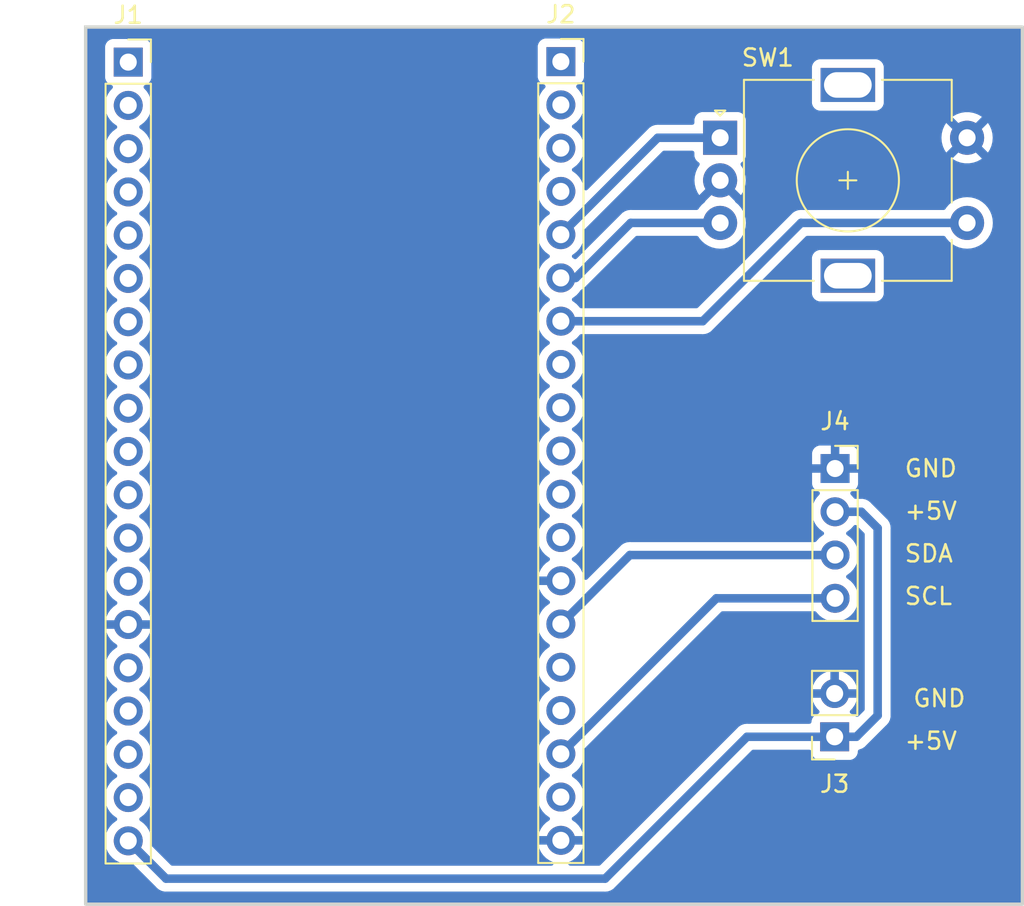
<source format=kicad_pcb>
(kicad_pcb (version 20221018) (generator pcbnew)
  (title_block (title "breakout-board-display-brain") (date "2023-02-04") (rev "v1") (comment 1 "erste Version"))
  (layers (0 "F.Cu" signal) (31 "B.Cu" signal) (34 "B.Paste" user) (35 "F.Paste" user) (36 "B.SilkS" user "B.Silkscreen") (37 "F.SilkS" user "F.Silkscreen") (38 "B.Mask" user) (39 "F.Mask" user) (44 "Edge.Cuts" user))
  (net 0 "")
  (net 1 "GND")
  (net 2 "/3V3")
  (net 3 "/EN")
  (net 4 "/SENSOR_VP")
  (net 5 "/SENSOR_VN")
  (net 6 "/IO34")
  (net 7 "/IO35")
  (net 8 "/IO32")
  (net 9 "/IO33")
  (net 10 "/IO25")
  (net 11 "/IO26")
  (net 12 "/IO27")
  (net 13 "/IO14")
  (net 14 "/IO12")
  (net 15 "/IO13")
  (net 16 "/SD2")
  (net 17 "/SD3")
  (net 18 "/CMD")
  (net 19 "+5V")
  (net 20 "/CLK")
  (net 21 "/SD0")
  (net 22 "/SD1")
  (net 23 "/IO15")
  (net 24 "/IO2")
  (net 25 "/IO0")
  (net 26 "/IO4")
  (net 27 "/IO16")
  (net 28 "/IO17")
  (net 29 "/IO5_SS")
  (net 30 "/IO18_SCK")
  (net 31 "/IO19_MISO")
  (net 32 "/IO21_SDA")
  (net 33 "/RXD0")
  (net 34 "/TXD0")
  (net 35 "/IO22_SCL")
  (net 36 "/IO23_MOSI")
  (footprint "Connector_PinSocket_2.54mm:PinSocket_1x19_P2.54mm_Vertical" (layer "F.Cu") (at 129.1 77.71)
    (fp_text reference "J1" (at 0 -2.77) (layer "F.SilkS"))
    (fp_text value "Conn_01x19_Socket")
    (fp_line (start -1.33 1.27) (end -1.33 47.05) (stroke (width 0.12)) (layer "F.SilkS"))
    (fp_line (start -1.33 1.27) (end 1.33 1.27) (stroke (width 0.12)) (layer "F.SilkS"))
    (fp_line (start -1.33 47.05) (end 1.33 47.05) (stroke (width 0.12)) (layer "F.SilkS"))
    (fp_line (start 0 -1.33) (end 1.33 -1.33) (stroke (width 0.12)) (layer "F.SilkS"))
    (fp_line (start 1.33 -1.33) (end 1.33 0) (stroke (width 0.12)) (layer "F.SilkS"))
    (fp_line (start 1.33 1.27) (end 1.33 47.05) (stroke (width 0.12)) (layer "F.SilkS"))
    (pad "1" thru_hole rect (at 0 0) (size 1.7 1.7) (drill 1) (layers "*.Cu" "*.Mask") (net 2 "/3V3"))
    (pad "2" thru_hole oval (at 0 2.54) (size 1.7 1.7) (drill 1) (layers "*.Cu" "*.Mask") (net 3 "/EN"))
    (pad "3" thru_hole oval (at 0 5.08) (size 1.7 1.7) (drill 1) (layers "*.Cu" "*.Mask") (net 4 "/SENSOR_VP"))
    (pad "4" thru_hole oval (at 0 7.62) (size 1.7 1.7) (drill 1) (layers "*.Cu" "*.Mask") (net 5 "/SENSOR_VN"))
    (pad "5" thru_hole oval (at 0 10.16) (size 1.7 1.7) (drill 1) (layers "*.Cu" "*.Mask") (net 6 "/IO34"))
    (pad "6" thru_hole oval (at 0 12.7) (size 1.7 1.7) (drill 1) (layers "*.Cu" "*.Mask") (net 7 "/IO35"))
    (pad "7" thru_hole oval (at 0 15.24) (size 1.7 1.7) (drill 1) (layers "*.Cu" "*.Mask") (net 8 "/IO32"))
    (pad "8" thru_hole oval (at 0 17.78) (size 1.7 1.7) (drill 1) (layers "*.Cu" "*.Mask") (net 9 "/IO33"))
    (pad "9" thru_hole oval (at 0 20.32) (size 1.7 1.7) (drill 1) (layers "*.Cu" "*.Mask") (net 10 "/IO25"))
    (pad "10" thru_hole oval (at 0 22.86) (size 1.7 1.7) (drill 1) (layers "*.Cu" "*.Mask") (net 11 "/IO26"))
    (pad "11" thru_hole oval (at 0 25.4) (size 1.7 1.7) (drill 1) (layers "*.Cu" "*.Mask") (net 12 "/IO27"))
    (pad "12" thru_hole oval (at 0 27.94) (size 1.7 1.7) (drill 1) (layers "*.Cu" "*.Mask") (net 13 "/IO14"))
    (pad "13" thru_hole oval (at 0 30.48) (size 1.7 1.7) (drill 1) (layers "*.Cu" "*.Mask") (net 14 "/IO12"))
    (pad "14" thru_hole oval (at 0 33.02) (size 1.7 1.7) (drill 1) (layers "*.Cu" "*.Mask") (net 1 "GND"))
    (pad "15" thru_hole oval (at 0 35.56) (size 1.7 1.7) (drill 1) (layers "*.Cu" "*.Mask") (net 15 "/IO13"))
    (pad "16" thru_hole oval (at 0 38.1) (size 1.7 1.7) (drill 1) (layers "*.Cu" "*.Mask") (net 16 "/SD2"))
    (pad "17" thru_hole oval (at 0 40.64) (size 1.7 1.7) (drill 1) (layers "*.Cu" "*.Mask") (net 17 "/SD3"))
    (pad "18" thru_hole oval (at 0 43.18) (size 1.7 1.7) (drill 1) (layers "*.Cu" "*.Mask") (net 18 "/CMD"))
    (pad "19" thru_hole oval (at 0 45.72) (size 1.7 1.7) (drill 1) (layers "*.Cu" "*.Mask") (net 19 "+5V"))
  )
  (footprint "Connector_PinSocket_2.54mm:PinSocket_1x04_P2.54mm_Vertical" (layer "F.Cu") (at 170.6 101.57)
    (fp_text reference "J4" (at 0 -2.77) (layer "F.SilkS"))
    (fp_text value "Conn_01x04_Socket")
    (fp_line (start -1.33 1.27) (end -1.33 8.95) (stroke (width 0.12)) (layer "F.SilkS"))
    (fp_line (start -1.33 1.27) (end 1.33 1.27) (stroke (width 0.12)) (layer "F.SilkS"))
    (fp_line (start -1.33 8.95) (end 1.33 8.95) (stroke (width 0.12)) (layer "F.SilkS"))
    (fp_line (start 0 -1.33) (end 1.33 -1.33) (stroke (width 0.12)) (layer "F.SilkS"))
    (fp_line (start 1.33 -1.33) (end 1.33 0) (stroke (width 0.12)) (layer "F.SilkS"))
    (fp_line (start 1.33 1.27) (end 1.33 8.95) (stroke (width 0.12)) (layer "F.SilkS"))
    (pad "1" thru_hole rect (at 0 0) (size 1.7 1.7) (drill 1) (layers "*.Cu" "*.Mask") (net 1 "GND"))
    (pad "2" thru_hole oval (at 0 2.54) (size 1.7 1.7) (drill 1) (layers "*.Cu" "*.Mask") (net 19 "+5V"))
    (pad "3" thru_hole oval (at 0 5.08) (size 1.7 1.7) (drill 1) (layers "*.Cu" "*.Mask") (net 32 "/IO21_SDA"))
    (pad "4" thru_hole oval (at 0 7.62) (size 1.7 1.7) (drill 1) (layers "*.Cu" "*.Mask") (net 35 "/IO22_SCL"))
  )
  (footprint "Connector_PinSocket_2.54mm:PinSocket_1x02_P2.54mm_Vertical" (layer "F.Cu") (at 170.575 117.32 180)
    (fp_text reference "J3" (at 0 -2.77) (layer "F.SilkS"))
    (fp_text value "Conn_01x02_Socket")
    (fp_line (start -1.33 1.27) (end -1.33 3.87) (stroke (width 0.12)) (layer "F.SilkS"))
    (fp_line (start -1.33 1.27) (end 1.33 1.27) (stroke (width 0.12)) (layer "F.SilkS"))
    (fp_line (start -1.33 3.87) (end 1.33 3.87) (stroke (width 0.12)) (layer "F.SilkS"))
    (fp_line (start 0 -1.33) (end 1.33 -1.33) (stroke (width 0.12)) (layer "F.SilkS"))
    (fp_line (start 1.33 -1.33) (end 1.33 0) (stroke (width 0.12)) (layer "F.SilkS"))
    (fp_line (start 1.33 1.27) (end 1.33 3.87) (stroke (width 0.12)) (layer "F.SilkS"))
    (pad "1" thru_hole rect (at 0 0 180) (size 1.7 1.7) (drill 1) (layers "*.Cu" "*.Mask") (net 19 "+5V"))
    (pad "2" thru_hole oval (at 0 2.54 180) (size 1.7 1.7) (drill 1) (layers "*.Cu" "*.Mask") (net 1 "GND"))
  )
  (footprint "Connector_PinSocket_2.54mm:PinSocket_1x19_P2.54mm_Vertical" (layer "F.Cu") (at 154.5 77.68)
    (fp_text reference "J2" (at 0 -2.77) (layer "F.SilkS"))
    (fp_text value "Conn_01x19_Socket")
    (fp_line (start -1.33 1.27) (end -1.33 47.05) (stroke (width 0.12)) (layer "F.SilkS"))
    (fp_line (start -1.33 1.27) (end 1.33 1.27) (stroke (width 0.12)) (layer "F.SilkS"))
    (fp_line (start -1.33 47.05) (end 1.33 47.05) (stroke (width 0.12)) (layer "F.SilkS"))
    (fp_line (start 0 -1.33) (end 1.33 -1.33) (stroke (width 0.12)) (layer "F.SilkS"))
    (fp_line (start 1.33 -1.33) (end 1.33 0) (stroke (width 0.12)) (layer "F.SilkS"))
    (fp_line (start 1.33 1.27) (end 1.33 47.05) (stroke (width 0.12)) (layer "F.SilkS"))
    (pad "1" thru_hole rect (at 0 0) (size 1.7 1.7) (drill 1) (layers "*.Cu" "*.Mask") (net 20 "/CLK"))
    (pad "2" thru_hole oval (at 0 2.54) (size 1.7 1.7) (drill 1) (layers "*.Cu" "*.Mask") (net 21 "/SD0"))
    (pad "3" thru_hole oval (at 0 5.08) (size 1.7 1.7) (drill 1) (layers "*.Cu" "*.Mask") (net 22 "/SD1"))
    (pad "4" thru_hole oval (at 0 7.62) (size 1.7 1.7) (drill 1) (layers "*.Cu" "*.Mask") (net 23 "/IO15"))
    (pad "5" thru_hole oval (at 0 10.16) (size 1.7 1.7) (drill 1) (layers "*.Cu" "*.Mask") (net 24 "/IO2"))
    (pad "6" thru_hole oval (at 0 12.7) (size 1.7 1.7) (drill 1) (layers "*.Cu" "*.Mask") (net 25 "/IO0"))
    (pad "7" thru_hole oval (at 0 15.24) (size 1.7 1.7) (drill 1) (layers "*.Cu" "*.Mask") (net 26 "/IO4"))
    (pad "8" thru_hole oval (at 0 17.78) (size 1.7 1.7) (drill 1) (layers "*.Cu" "*.Mask") (net 27 "/IO16"))
    (pad "9" thru_hole oval (at 0 20.32) (size 1.7 1.7) (drill 1) (layers "*.Cu" "*.Mask") (net 28 "/IO17"))
    (pad "10" thru_hole oval (at 0 22.86) (size 1.7 1.7) (drill 1) (layers "*.Cu" "*.Mask") (net 29 "/IO5_SS"))
    (pad "11" thru_hole oval (at 0 25.4) (size 1.7 1.7) (drill 1) (layers "*.Cu" "*.Mask") (net 30 "/IO18_SCK"))
    (pad "12" thru_hole oval (at 0 27.94) (size 1.7 1.7) (drill 1) (layers "*.Cu" "*.Mask") (net 31 "/IO19_MISO"))
    (pad "13" thru_hole oval (at 0 30.48) (size 1.7 1.7) (drill 1) (layers "*.Cu" "*.Mask") (net 1 "GND"))
    (pad "14" thru_hole oval (at 0 33.02) (size 1.7 1.7) (drill 1) (layers "*.Cu" "*.Mask") (net 32 "/IO21_SDA"))
    (pad "15" thru_hole oval (at 0 35.56) (size 1.7 1.7) (drill 1) (layers "*.Cu" "*.Mask") (net 33 "/RXD0"))
    (pad "16" thru_hole oval (at 0 38.1) (size 1.7 1.7) (drill 1) (layers "*.Cu" "*.Mask") (net 34 "/TXD0"))
    (pad "17" thru_hole oval (at 0 40.64) (size 1.7 1.7) (drill 1) (layers "*.Cu" "*.Mask") (net 35 "/IO22_SCL"))
    (pad "18" thru_hole oval (at 0 43.18) (size 1.7 1.7) (drill 1) (layers "*.Cu" "*.Mask") (net 36 "/IO23_MOSI"))
    (pad "19" thru_hole oval (at 0 45.72) (size 1.7 1.7) (drill 1) (layers "*.Cu" "*.Mask") (net 1 "GND"))
  )
  (footprint "Rotary_Encoder:RotaryEncoder_Alps_EC11E-Switch_Vertical_H20mm" (layer "F.Cu") (at 163.85 82.15)
    (fp_text reference "SW1" (at 2.8 -4.7) (layer "F.SilkS"))
    (fp_text value "RotaryEncoder_Switch")
    (fp_line (start -0.3 -1.6) (end 0.3 -1.6) (stroke (width 0.12)) (layer "F.SilkS"))
    (fp_line (start 0 -1.3) (end -0.3 -1.6) (stroke (width 0.12)) (layer "F.SilkS"))
    (fp_line (start 0.3 -1.6) (end 0 -1.3) (stroke (width 0.12)) (layer "F.SilkS"))
    (fp_line (start 1.4 -3.4) (end 1.4 8.4) (stroke (width 0.12)) (layer "F.SilkS"))
    (fp_line (start 5.5 -3.4) (end 1.4 -3.4) (stroke (width 0.12)) (layer "F.SilkS"))
    (fp_line (start 5.5 8.4) (end 1.4 8.4) (stroke (width 0.12)) (layer "F.SilkS"))
    (fp_line (start 7 2.5) (end 8 2.5) (stroke (width 0.12)) (layer "F.SilkS"))
    (fp_line (start 7.5 2) (end 7.5 3) (stroke (width 0.12)) (layer "F.SilkS"))
    (fp_line (start 9.5 -3.4) (end 13.6 -3.4) (stroke (width 0.12)) (layer "F.SilkS"))
    (fp_line (start 13.6 -3.4) (end 13.6 -1) (stroke (width 0.12)) (layer "F.SilkS"))
    (fp_line (start 13.6 1.2) (end 13.6 3.8) (stroke (width 0.12)) (layer "F.SilkS"))
    (fp_line (start 13.6 6) (end 13.6 8.4) (stroke (width 0.12)) (layer "F.SilkS"))
    (fp_line (start 13.6 8.4) (end 9.5 8.4) (stroke (width 0.12)) (layer "F.SilkS"))
    (fp_circle (center 7.5 2.5) (end 10.5 2.5) (stroke (width 0.12)) (fill none) (layer "F.SilkS"))
    (pad "A" thru_hole rect (at 0 0) (size 2 2) (drill 1) (layers "*.Cu" "*.Mask") (net 24 "/IO2"))
    (pad "B" thru_hole circle (at 0 5) (size 2 2) (drill 1) (layers "*.Cu" "*.Mask") (net 25 "/IO0"))
    (pad "C" thru_hole circle (at 0 2.5) (size 2 2) (drill 1) (layers "*.Cu" "*.Mask") (net 1 "GND"))
    (pad "MP" thru_hole rect (at 7.5 -3.1) (size 3.2 2) (drill oval 2.8 1.5) (layers "*.Cu" "*.Mask"))
    (pad "MP" thru_hole rect (at 7.5 8.1) (size 3.2 2) (drill oval 2.8 1.5) (layers "*.Cu" "*.Mask"))
    (pad "S1" thru_hole circle (at 14.5 5) (size 2 2) (drill 1) (layers "*.Cu" "*.Mask") (net 26 "/IO4"))
    (pad "S2" thru_hole circle (at 14.5 0) (size 2 2) (drill 1) (layers "*.Cu" "*.Mask") (net 1 "GND"))
  )
  (gr_rect (start 126.6 75.65) (end 181.6 127.15) (stroke (width 0.2)) (fill none) (layer "Edge.Cuts"))
  (gr_text "SDA" (at 174.6 107.15) (layer "F.SilkS") (effects (font (size 1 1)) (justify left bottom)))
  (gr_text "GND" (at 175.1 115.65) (layer "F.SilkS") (effects (font (size 1 1)) (justify left bottom)))
  (gr_text "+5V" (at 174.6 104.65) (layer "F.SilkS") (effects (font (size 1 1)) (justify left bottom)))
  (gr_text "GND" (at 174.6 102.15) (layer "F.SilkS") (effects (font (size 1 1)) (justify left bottom)))
  (gr_text "+5V" (at 174.6 118.15) (layer "F.SilkS") (effects (font (size 1 1)) (justify left bottom)))
  (gr_text "SCL" (at 174.6 109.65) (layer "F.SilkS") (effects (font (size 1 1)) (justify left bottom)))
  (segment (start 172.14 104.11) (end 170.6 104.11) (width 0.5) (layer "B.Cu") (net 19))
  (segment (start 173.1 105.07) (end 172.14 104.11) (width 0.5) (layer "B.Cu") (net 19))
  (segment (start 170.575 117.32) (end 171.85 117.32) (width 0.5) (layer "B.Cu") (net 19))
  (segment (start 165.43 117.32) (end 157.1 125.65) (width 0.5) (layer "B.Cu") (net 19))
  (segment (start 171.85 117.32) (end 173.1 116.07) (width 0.5) (layer "B.Cu") (net 19))
  (segment (start 131.32 125.65) (end 129.1 123.43) (width 0.5) (layer "B.Cu") (net 19))
  (segment (start 157.1 125.65) (end 131.32 125.65) (width 0.5) (layer "B.Cu") (net 19))
  (segment (start 170.575 117.32) (end 165.43 117.32) (width 0.5) (layer "B.Cu") (net 19))
  (segment (start 173.1 116.07) (end 173.1 105.07) (width 0.5) (layer "B.Cu") (net 19))
  (segment (start 160.19 82.15) (end 154.5 87.84) (width 0.5) (layer "B.Cu") (net 24))
  (segment (start 163.85 82.15) (end 160.19 82.15) (width 0.5) (layer "B.Cu") (net 24))
  (segment (start 163.85 87.15) (end 158.6 87.15) (width 0.5) (layer "B.Cu") (net 25))
  (segment (start 155.37 90.38) (end 154.5 90.38) (width 0.5) (layer "B.Cu") (net 25))
  (segment (start 158.6 87.15) (end 155.37 90.38) (width 0.5) (layer "B.Cu") (net 25))
  (segment (start 162.83 92.92) (end 154.5 92.92) (width 0.5) (layer "B.Cu") (net 26))
  (segment (start 178.35 87.15) (end 168.6 87.15) (width 0.5) (layer "B.Cu") (net 26))
  (segment (start 168.6 87.15) (end 162.83 92.92) (width 0.5) (layer "B.Cu") (net 26))
  (segment (start 158.55 106.65) (end 154.5 110.7) (width 0.5) (layer "B.Cu") (net 32))
  (segment (start 170.6 106.65) (end 158.55 106.65) (width 0.5) (layer "B.Cu") (net 32))
  (segment (start 170.6 109.19) (end 163.63 109.19) (width 0.5) (layer "B.Cu") (net 35))
  (segment (start 163.63 109.19) (end 154.5 118.32) (width 0.5) (layer "B.Cu") (net 35))
  (zone (net 1) (net_name "GND") (layer "B.Cu") (connect_pads (clearance 0.508)) (min_thickness 0.25) (fill yes (thermal_gap 0.5) (thermal_bridge_width 0.5))
    (polygon (pts (xy 126.6 75.65) (xy 181.6 75.65) (xy 181.6 127.15) (xy 126.6 127.15)))
  )
)
</source>
